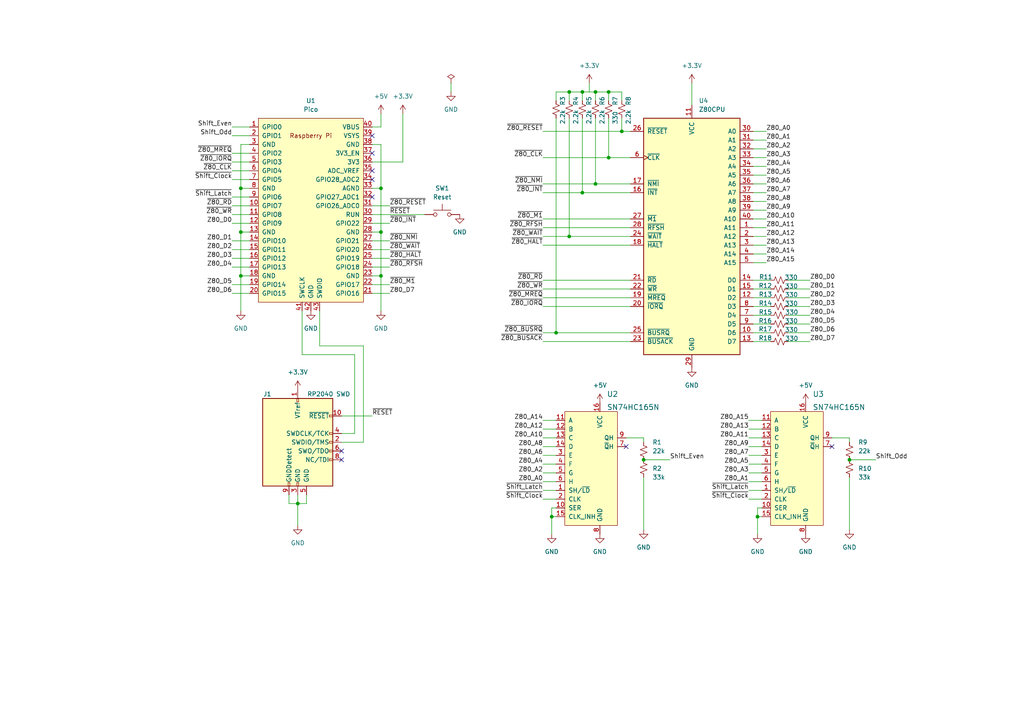
<source format=kicad_sch>
(kicad_sch (version 20211123) (generator eeschema)
  (paper "A4")
  (title_block (title "Z80 interfaced to RP2040") (date "2023-09-02") (rev "1.0"))
  (lib_symbols
    (symbol "CPU:Z80CPU" (pin_names (offset 1.016))
      (property "Reference" "U" (at -13.97 35.56 0))
      (property "Value" "Z80CPU" (at 6.35 35.56 0))
      (symbol "Z80CPU_0_1"
        (rectangle (start -13.97 34.29) (end 13.97 -34.29) (stroke (width 0.254)) (fill (type background)))
      )
      (symbol "Z80CPU_1_1"
        (pin output line (at 17.78 2.54 180) (length 3.81) (name "A11") (number "1"))
        (pin bidirectional line (at 17.78 -27.94 180) (length 3.81) (name "D6") (number "10"))
        (pin power_in line (at 0 38.1 270) (length 3.81) (name "VCC") (number "11"))
        (pin bidirectional line (at 17.78 -17.78 180) (length 3.81) (name "D2") (number "12"))
        (pin bidirectional line (at 17.78 -30.48 180) (length 3.81) (name "D7") (number "13"))
        (pin bidirectional line (at 17.78 -12.7 180) (length 3.81) (name "D0") (number "14"))
        (pin bidirectional line (at 17.78 -15.24 180) (length 3.81) (name "D1") (number "15"))
        (pin input line (at -17.78 12.7 0) (length 3.81) (name "~{INT}") (number "16"))
        (pin input line (at -17.78 15.24 0) (length 3.81) (name "~{NMI}") (number "17"))
        (pin output line (at -17.78 -2.54 0) (length 3.81) (name "~{HALT}") (number "18"))
        (pin output line (at -17.78 -17.78 0) (length 3.81) (name "~{MREQ}") (number "19"))
        (pin output line (at 17.78 0 180) (length 3.81) (name "A12") (number "2"))
        (pin output line (at -17.78 -20.32 0) (length 3.81) (name "~{IORQ}") (number "20"))
        (pin output line (at -17.78 -12.7 0) (length 3.81) (name "~{RD}") (number "21"))
        (pin output line (at -17.78 -15.24 0) (length 3.81) (name "~{WR}") (number "22"))
        (pin output line (at -17.78 -30.48 0) (length 3.81) (name "~{BUSACK}") (number "23"))
        (pin input line (at -17.78 0 0) (length 3.81) (name "~{WAIT}") (number "24"))
        (pin input line (at -17.78 -27.94 0) (length 3.81) (name "~{BUSRQ}") (number "25"))
        (pin input line (at -17.78 30.48 0) (length 3.81) (name "~{RESET}") (number "26"))
        (pin output line (at -17.78 5.08 0) (length 3.81) (name "~{M1}") (number "27"))
        (pin output line (at -17.78 2.54 0) (length 3.81) (name "~{RFSH}") (number "28"))
        (pin power_in line (at 0 -38.1 90) (length 3.81) (name "GND") (number "29"))
        (pin output line (at 17.78 -2.54 180) (length 3.81) (name "A13") (number "3"))
        (pin output line (at 17.78 30.48 180) (length 3.81) (name "A0") (number "30"))
        (pin output line (at 17.78 27.94 180) (length 3.81) (name "A1") (number "31"))
        (pin output line (at 17.78 25.4 180) (length 3.81) (name "A2") (number "32"))
        (pin output line (at 17.78 22.86 180) (length 3.81) (name "A3") (number "33"))
        (pin output line (at 17.78 20.32 180) (length 3.81) (name "A4") (number "34"))
        (pin output line (at 17.78 17.78 180) (length 3.81) (name "A5") (number "35"))
        (pin output line (at 17.78 15.24 180) (length 3.81) (name "A6") (number "36"))
        (pin output line (at 17.78 12.7 180) (length 3.81) (name "A7") (number "37"))
        (pin output line (at 17.78 10.16 180) (length 3.81) (name "A8") (number "38"))
        (pin output line (at 17.78 7.62 180) (length 3.81) (name "A9") (number "39"))
        (pin output line (at 17.78 -5.08 180) (length 3.81) (name "A14") (number "4"))
        (pin output line (at 17.78 5.08 180) (length 3.81) (name "A10") (number "40"))
        (pin output line (at 17.78 -7.62 180) (length 3.81) (name "A15") (number "5"))
        (pin input clock (at -17.78 22.86 0) (length 3.81) (name "~{CLK}") (number "6"))
        (pin bidirectional line (at 17.78 -22.86 180) (length 3.81) (name "D4") (number "7"))
        (pin bidirectional line (at 17.78 -20.32 180) (length 3.81) (name "D3") (number "8"))
        (pin bidirectional line (at 17.78 -25.4 180) (length 3.81) (name "D5") (number "9"))
      )
    )
    (symbol "Connector:Conn_ARM_JTAG_SWD_10" (pin_names (offset 1.016))
      (property "Reference" "J" (at -2.54 16.51 0))
      (property "Value" "Conn_ARM_JTAG_SWD_10" (at -2.54 13.97 0))
      (symbol "Conn_ARM_JTAG_SWD_10_0_1"
        (rectangle (start -10.16 12.7) (end 10.16 -12.7) (stroke (width 0.254)) (fill (type background)))
        (rectangle (start -2.794 -12.7) (end -2.286 -11.684))
        (rectangle (start -0.254 -12.7) (end 0.254 -11.684))
        (rectangle (start -0.254 12.7) (end 0.254 11.684))
        (rectangle (start 9.144 2.286) (end 10.16 2.794))
        (rectangle (start 10.16 -2.794) (end 9.144 -2.286))
        (rectangle (start 10.16 -0.254) (end 9.144 0.254))
        (rectangle (start 10.16 7.874) (end 9.144 7.366))
      )
      (symbol "Conn_ARM_JTAG_SWD_10_1_1"
        (rectangle (start 9.144 -5.334) (end 10.16 -4.826))
        (pin power_in line (at 0 15.24 270) (length 2.54) (name "VTref") (number "1"))
        (pin open_collector line (at 12.7 7.62 180) (length 2.54) (name "~{RESET}") (number "10"))
        (pin bidirectional line (at 12.7 0 180) (length 2.54) (name "SWDIO/TMS") (number "2"))
        (pin power_in line (at 0 -15.24 90) (length 2.54) (name "GND") (number "3"))
        (pin output line (at 12.7 2.54 180) (length 2.54) (name "SWDCLK/TCK") (number "4"))
        (pin passive line (at 0 -15.24 90) (length 2.54) hide (name "GND") (number "5"))
        (pin power_in line (at 2.54 -15.24 90) (length 2.54) (name "GND") (number "5"))
        (pin input line (at 12.7 -2.54 180) (length 2.54) (name "SWO/TDO") (number "6"))
        (pin no_connect line (at -10.16 0 0) (length 2.54) hide (name "KEY") (number "7"))
        (pin output line (at 12.7 -5.08 180) (length 2.54) (name "NC/TDI") (number "8"))
        (pin passive line (at -2.54 -15.24 90) (length 2.54) (name "GNDDetect") (number "9"))
      )
    )
    (symbol "Device:R_Small_US" (pin_numbers hide) (pin_names (offset 0.254) hide)
      (property "Reference" "R" (at 0.762 0.508 0))
      (property "Value" "R_Small_US" (at 0.762 -1.016 0))
      (symbol "R_Small_US_1_1"
        (polyline (pts (xy 0 0) (xy 1.016 -0.381) (xy 0 -0.762) (xy -1.016 -1.143) (xy 0 -1.524)))
        (polyline (pts (xy 0 1.524) (xy 1.016 1.143) (xy 0 0.762) (xy -1.016 0.381) (xy 0 0)))
        (pin passive line (at 0 2.54 270) (length 1.016) (name "~") (number "1"))
        (pin passive line (at 0 -2.54 90) (length 1.016) (name "~") (number "2"))
      )
    )
    (symbol "RPi_Pico:Pico" (pin_names (offset 1.016))
      (property "Reference" "U" (at -13.97 27.94 0))
      (property "Value" "Pico" (at 0 19.05 0))
      (symbol "Pico_0_0"
        (text "Raspberry Pi" (at 0 21.59 0) (effects (font (size 1.27 1.27))))
      )
      (symbol "Pico_0_1"
        (rectangle (start -15.24 26.67) (end 15.24 -26.67) (fill (type background)))
      )
      (symbol "Pico_1_1"
        (pin bidirectional line (at -17.78 24.13 0) (length 2.54) (name "GPIO0") (number "1"))
        (pin bidirectional line (at -17.78 1.27 0) (length 2.54) (name "GPIO7") (number "10"))
        (pin bidirectional line (at -17.78 -1.27 0) (length 2.54) (name "GPIO8") (number "11"))
        (pin bidirectional line (at -17.78 -3.81 0) (length 2.54) (name "GPIO9") (number "12"))
        (pin power_in line (at -17.78 -6.35 0) (length 2.54) (name "GND") (number "13"))
        (pin bidirectional line (at -17.78 -8.89 0) (length 2.54) (name "GPIO10") (number "14"))
        (pin bidirectional line (at -17.78 -11.43 0) (length 2.54) (name "GPIO11") (number "15"))
        (pin bidirectional line (at -17.78 -13.97 0) (length 2.54) (name "GPIO12") (number "16"))
        (pin bidirectional line (at -17.78 -16.51 0) (length 2.54) (name "GPIO13") (number "17"))
        (pin power_in line (at -17.78 -19.05 0) (length 2.54) (name "GND") (number "18"))
        (pin bidirectional line (at -17.78 -21.59 0) (length 2.54) (name "GPIO14") (number "19"))
        (pin bidirectional line (at -17.78 21.59 0) (length 2.54) (name "GPIO1") (number "2"))
        (pin bidirectional line (at -17.78 -24.13 0) (length 2.54) (name "GPIO15") (number "20"))
        (pin bidirectional line (at 17.78 -24.13 180) (length 2.54) (name "GPIO16") (number "21"))
        (pin bidirectional line (at 17.78 -21.59 180) (length 2.54) (name "GPIO17") (number "22"))
        (pin power_in line (at 17.78 -19.05 180) (length 2.54) (name "GND") (number "23"))
        (pin bidirectional line (at 17.78 -16.51 180) (length 2.54) (name "GPIO18") (number "24"))
        (pin bidirectional line (at 17.78 -13.97 180) (length 2.54) (name "GPIO19") (number "25"))
        (pin bidirectional line (at 17.78 -11.43 180) (length 2.54) (name "GPIO20") (number "26"))
        (pin bidirectional line (at 17.78 -8.89 180) (length 2.54) (name "GPIO21") (number "27"))
        (pin power_in line (at 17.78 -6.35 180) (length 2.54) (name "GND") (number "28"))
        (pin bidirectional line (at 17.78 -3.81 180) (length 2.54) (name "GPIO22") (number "29"))
        (pin power_in line (at -17.78 19.05 0) (length 2.54) (name "GND") (number "3"))
        (pin input line (at 17.78 -1.27 180) (length 2.54) (name "RUN") (number "30"))
        (pin bidirectional line (at 17.78 1.27 180) (length 2.54) (name "GPIO26_ADC0") (number "31"))
        (pin bidirectional line (at 17.78 3.81 180) (length 2.54) (name "GPIO27_ADC1") (number "32"))
        (pin power_in line (at 17.78 6.35 180) (length 2.54) (name "AGND") (number "33"))
        (pin bidirectional line (at 17.78 8.89 180) (length 2.54) (name "GPIO28_ADC2") (number "34"))
        (pin unspecified line (at 17.78 11.43 180) (length 2.54) (name "ADC_VREF") (number "35"))
        (pin power_out line (at 17.78 13.97 180) (length 2.54) (name "3V3") (number "36"))
        (pin input line (at 17.78 16.51 180) (length 2.54) (name "3V3_EN") (number "37"))
        (pin power_in line (at 17.78 19.05 180) (length 2.54) (name "GND") (number "38"))
        (pin unspecified line (at 17.78 21.59 180) (length 2.54) (name "VSYS") (number "39"))
        (pin bidirectional line (at -17.78 16.51 0) (length 2.54) (name "GPIO2") (number "4"))
        (pin power_out line (at 17.78 24.13 180) (length 2.54) (name "VBUS") (number "40"))
        (pin input line (at -2.54 -29.21 90) (length 2.54) (name "SWCLK") (number "41"))
        (pin power_in line (at 0 -29.21 90) (length 2.54) (name "GND") (number "42"))
        (pin bidirectional line (at 2.54 -29.21 90) (length 2.54) (name "SWDIO") (number "43"))
        (pin bidirectional line (at -17.78 13.97 0) (length 2.54) (name "GPIO3") (number "5"))
        (pin bidirectional line (at -17.78 11.43 0) (length 2.54) (name "GPIO4") (number "6"))
        (pin bidirectional line (at -17.78 8.89 0) (length 2.54) (name "GPIO5") (number "7"))
        (pin power_in line (at -17.78 6.35 0) (length 2.54) (name "GND") (number "8"))
        (pin bidirectional line (at -17.78 3.81 0) (length 2.54) (name "GPIO6") (number "9"))
      )
    )
    (symbol "Switch:SW_Push" (pin_numbers hide) (pin_names (offset 1.016) hide)
      (property "Reference" "SW" (at 1.27 2.54 0))
      (property "Value" "SW_Push" (at 0 -1.524 0))
      (symbol "SW_Push_0_1"
        (circle (center -2.032 0) (radius 0.508))
        (polyline (pts (xy 0 1.27) (xy 0 3.048)))
        (polyline (pts (xy 2.54 1.27) (xy -2.54 1.27)))
        (circle (center 2.032 0) (radius 0.508))
        (pin passive line (at -5.08 0 0) (length 2.54) (name "1") (number "1"))
        (pin passive line (at 5.08 0 180) (length 2.54) (name "2") (number "2"))
      )
    )
    (symbol "dk_Logic-Shift-Registers:SN74HC165N" (pin_names (offset 1.016))
      (property "Reference" "U" (at -8.89 16.3322 0))
      (property "Value" "SN74HC165N" (at -1.27 -1.27 90))
      (symbol "SN74HC165N_0_1"
        (rectangle (start -10.16 15.24) (end 5.08 -17.78) (fill (type background)))
      )
      (symbol "SN74HC165N_1_1"
        (pin input line (at -12.7 -7.62 0) (length 2.54) (name "SH/~{LD}") (number "1"))
        (pin input line (at -12.7 -12.7 0) (length 2.54) (name "SER") (number "10"))
        (pin input line (at -12.7 12.7 0) (length 2.54) (name "A") (number "11"))
        (pin input line (at -12.7 10.16 0) (length 2.54) (name "B") (number "12"))
        (pin input line (at -12.7 7.62 0) (length 2.54) (name "C") (number "13"))
        (pin input line (at -12.7 5.08 0) (length 2.54) (name "D") (number "14"))
        (pin input line (at -12.7 -15.24 0) (length 2.54) (name "CLK_INH") (number "15"))
        (pin power_in line (at 0 17.78 270) (length 2.54) (name "VCC") (number "16"))
        (pin input line (at -12.7 -10.16 0) (length 2.54) (name "CLK") (number "2"))
        (pin input line (at -12.7 2.54 0) (length 2.54) (name "E") (number "3"))
        (pin input line (at -12.7 0 0) (length 2.54) (name "F") (number "4"))
        (pin input line (at -12.7 -2.54 0) (length 2.54) (name "G") (number "5"))
        (pin input line (at -12.7 -5.08 0) (length 2.54) (name "H") (number "6"))
        (pin output line (at 7.62 5.08 180) (length 2.54) (name "~{Q}H") (number "7"))
        (pin power_in line (at 0 -20.32 90) (length 2.54) (name "GND") (number "8"))
        (pin output line (at 7.62 7.62 180) (length 2.54) (name "QH") (number "9"))
      )
    )
    (symbol "power:+3.3V" (power) (pin_names (offset 0))
      (property "Value" "+3.3V" (at 0 3.556 0))
      (symbol "+3.3V_0_1"
        (polyline (pts (xy -0.762 1.27) (xy 0 2.54)))
        (polyline (pts (xy 0 0) (xy 0 2.54)))
        (polyline (pts (xy 0 2.54) (xy 0.762 1.27)))
      )
      (symbol "+3.3V_1_1"
        (pin power_in line (at 0 0 90) (length 0) hide (name "+3.3V") (number "1"))
      )
    )
    (symbol "power:+5V" (power) (pin_names (offset 0))
      (property "Value" "+5V" (at 0 3.556 0))
      (symbol "+5V_0_1"
        (polyline (pts (xy -0.762 1.27) (xy 0 2.54)))
        (polyline (pts (xy 0 0) (xy 0 2.54)))
        (polyline (pts (xy 0 2.54) (xy 0.762 1.27)))
      )
      (symbol "+5V_1_1"
        (pin power_in line (at 0 0 90) (length 0) hide (name "+5V") (number "1"))
      )
    )
    (symbol "power:GND" (power) (pin_names (offset 0))
      (property "Value" "GND" (at 0 -3.81 0))
      (symbol "GND_0_1"
        (polyline (pts (xy 0 0) (xy 0 -1.27) (xy 1.27 -1.27) (xy 0 -2.54) (xy -1.27 -1.27) (xy 0 -1.27)))
      )
      (symbol "GND_1_1"
        (pin power_in line (at 0 0 270) (length 0) hide (name "GND") (number "1"))
      )
    )
    (symbol "power:PWR_FLAG" (power) (pin_numbers hide) (pin_names (offset 0) hide)
      (property "Value" "PWR_FLAG" (at 0 3.81 0))
      (symbol "PWR_FLAG_0_0"
        (pin power_out line (at 0 0 90) (length 0) (name "pwr") (number "1"))
      )
      (symbol "PWR_FLAG_0_1"
        (polyline (pts (xy 0 0) (xy 0 1.27) (xy -1.016 1.905) (xy 0 2.54) (xy 1.016 1.905) (xy 0 1.27)))
      )
    )
  )
  (junction (at 172.72 53.34))
  (junction (at 110.49 67.31))
  (junction (at 186.69 133.35))
  (junction (at 180.34 38.1))
  (junction (at 176.53 45.72))
  (junction (at 165.1 26.67))
  (junction (at 86.36 146.05))
  (junction (at 172.72 26.67))
  (junction (at 69.85 54.61))
  (junction (at 69.85 67.31))
  (junction (at 69.85 80.01))
  (junction (at 165.1 68.58))
  (junction (at 110.49 54.61))
  (junction (at 110.49 80.01))
  (junction (at 168.91 26.67))
  (junction (at 176.53 26.67))
  (junction (at 161.29 96.52))
  (junction (at 160.02 149.86))
  (junction (at 246.38 133.35))
  (junction (at 219.71 149.86))
  (junction (at 168.91 55.88))
  (no_connect (at 107.95 57.15))
  (no_connect (at 107.95 52.07))
  (no_connect (at 181.61 129.54))
  (no_connect (at 241.3 129.54))
  (no_connect (at 99.06 130.81))
  (no_connect (at 99.06 133.35))
  (no_connect (at 107.95 49.53))
  (no_connect (at 107.95 44.45))
  (no_connect (at 107.95 39.37))
  (wire (pts (xy 218.44 58.42) (xy 222.25 58.42)))
  (wire (pts (xy 176.53 45.72) (xy 182.88 45.72)))
  (wire (pts (xy 110.49 36.83) (xy 110.49 33.02)))
  (wire (pts (xy 218.44 38.1) (xy 222.25 38.1)))
  (wire (pts (xy 176.53 34.29) (xy 176.53 45.72)))
  (wire (pts (xy 217.17 134.62) (xy 220.98 134.62)))
  (wire (pts (xy 218.44 55.88) (xy 222.25 55.88)))
  (wire (pts (xy 157.48 66.04) (xy 182.88 66.04)))
  (wire (pts (xy 218.44 76.2) (xy 222.25 76.2)))
  (wire (pts (xy 157.48 38.1) (xy 180.34 38.1)))
  (wire (pts (xy 157.48 132.08) (xy 161.29 132.08)))
  (wire (pts (xy 107.95 80.01) (xy 110.49 80.01)))
  (wire (pts (xy 228.6 86.36) (xy 234.95 86.36)))
  (wire (pts (xy 157.48 139.7) (xy 161.29 139.7)))
  (wire (pts (xy 67.31 46.99) (xy 72.39 46.99)))
  (wire (pts (xy 218.44 71.12) (xy 222.25 71.12)))
  (wire (pts (xy 168.91 34.29) (xy 168.91 55.88)))
  (wire (pts (xy 107.95 72.39) (xy 113.03 72.39)))
  (wire (pts (xy 218.44 40.64) (xy 222.25 40.64)))
  (wire (pts (xy 72.39 54.61) (xy 69.85 54.61)))
  (wire (pts (xy 157.48 71.12) (xy 182.88 71.12)))
  (wire (pts (xy 157.48 137.16) (xy 161.29 137.16)))
  (wire (pts (xy 86.36 146.05) (xy 86.36 152.4)))
  (wire (pts (xy 168.91 26.67) (xy 172.72 26.67)))
  (wire (pts (xy 69.85 41.91) (xy 69.85 54.61)))
  (wire (pts (xy 186.69 138.43) (xy 186.69 153.67)))
  (wire (pts (xy 67.31 62.23) (xy 72.39 62.23)))
  (wire (pts (xy 72.39 41.91) (xy 69.85 41.91)))
  (wire (pts (xy 228.6 88.9) (xy 234.95 88.9)))
  (wire (pts (xy 110.49 80.01) (xy 110.49 90.17)))
  (wire (pts (xy 157.48 86.36) (xy 182.88 86.36)))
  (wire (pts (xy 157.48 55.88) (xy 168.91 55.88)))
  (wire (pts (xy 246.38 127) (xy 246.38 128.27)))
  (wire (pts (xy 218.44 45.72) (xy 222.25 45.72)))
  (wire (pts (xy 107.95 59.69) (xy 113.03 59.69)))
  (wire (pts (xy 172.72 53.34) (xy 182.88 53.34)))
  (wire (pts (xy 67.31 49.53) (xy 72.39 49.53)))
  (wire (pts (xy 218.44 63.5) (xy 222.25 63.5)))
  (wire (pts (xy 180.34 34.29) (xy 180.34 38.1)))
  (wire (pts (xy 67.31 77.47) (xy 72.39 77.47)))
  (wire (pts (xy 67.31 44.45) (xy 72.39 44.45)))
  (wire (pts (xy 107.95 54.61) (xy 110.49 54.61)))
  (wire (pts (xy 186.69 127) (xy 186.69 128.27)))
  (wire (pts (xy 161.29 26.67) (xy 165.1 26.67)))
  (wire (pts (xy 168.91 26.67) (xy 168.91 29.21)))
  (wire (pts (xy 217.17 121.92) (xy 220.98 121.92)))
  (wire (pts (xy 107.95 74.93) (xy 113.03 74.93)))
  (wire (pts (xy 116.84 46.99) (xy 116.84 33.02)))
  (wire (pts (xy 67.31 74.93) (xy 72.39 74.93)))
  (wire (pts (xy 218.44 43.18) (xy 222.25 43.18)))
  (wire (pts (xy 157.48 129.54) (xy 161.29 129.54)))
  (wire (pts (xy 228.6 93.98) (xy 234.95 93.98)))
  (wire (pts (xy 107.95 77.47) (xy 113.03 77.47)))
  (wire (pts (xy 160.02 147.32) (xy 160.02 149.86)))
  (wire (pts (xy 107.95 36.83) (xy 110.49 36.83)))
  (wire (pts (xy 228.6 91.44) (xy 234.95 91.44)))
  (wire (pts (xy 218.44 91.44) (xy 223.52 91.44)))
  (wire (pts (xy 110.49 41.91) (xy 110.49 54.61)))
  (wire (pts (xy 161.29 34.29) (xy 161.29 96.52)))
  (wire (pts (xy 69.85 54.61) (xy 69.85 67.31)))
  (wire (pts (xy 67.31 72.39) (xy 72.39 72.39)))
  (wire (pts (xy 107.95 82.55) (xy 113.03 82.55)))
  (wire (pts (xy 218.44 88.9) (xy 223.52 88.9)))
  (wire (pts (xy 218.44 93.98) (xy 223.52 93.98)))
  (wire (pts (xy 172.72 34.29) (xy 172.72 53.34)))
  (wire (pts (xy 107.95 69.85) (xy 113.03 69.85)))
  (wire (pts (xy 186.69 133.35) (xy 194.31 133.35)))
  (wire (pts (xy 228.6 81.28) (xy 234.95 81.28)))
  (wire (pts (xy 87.63 90.17) (xy 87.63 102.87)))
  (wire (pts (xy 87.63 102.87) (xy 102.87 102.87)))
  (wire (pts (xy 165.1 68.58) (xy 182.88 68.58)))
  (wire (pts (xy 110.49 54.61) (xy 110.49 67.31)))
  (wire (pts (xy 176.53 26.67) (xy 176.53 29.21)))
  (wire (pts (xy 157.48 124.46) (xy 161.29 124.46)))
  (wire (pts (xy 218.44 86.36) (xy 223.52 86.36)))
  (wire (pts (xy 86.36 143.51) (xy 86.36 146.05)))
  (wire (pts (xy 107.95 67.31) (xy 110.49 67.31)))
  (wire (pts (xy 157.48 88.9) (xy 182.88 88.9)))
  (wire (pts (xy 165.1 34.29) (xy 165.1 68.58)))
  (wire (pts (xy 170.9122 24.1542) (xy 170.9122 26.7097)))
  (wire (pts (xy 102.87 102.87) (xy 102.87 125.73)))
  (wire (pts (xy 218.44 66.04) (xy 222.25 66.04)))
  (wire (pts (xy 165.1 26.67) (xy 165.1 29.21)))
  (wire (pts (xy 157.48 83.82) (xy 182.88 83.82)))
  (wire (pts (xy 217.17 124.46) (xy 220.98 124.46)))
  (wire (pts (xy 228.6 99.06) (xy 234.95 99.06)))
  (wire (pts (xy 181.61 127) (xy 186.69 127)))
  (wire (pts (xy 67.31 39.37) (xy 72.39 39.37)))
  (wire (pts (xy 69.85 90.17) (xy 69.85 80.01)))
  (wire (pts (xy 228.6 96.52) (xy 234.95 96.52)))
  (wire (pts (xy 218.44 60.96) (xy 222.25 60.96)))
  (wire (pts (xy 157.48 121.92) (xy 161.29 121.92)))
  (wire (pts (xy 168.91 55.88) (xy 182.88 55.88)))
  (wire (pts (xy 69.85 80.01) (xy 72.39 80.01)))
  (wire (pts (xy 105.41 128.27) (xy 99.06 128.27)))
  (wire (pts (xy 176.53 26.67) (xy 172.72 26.67)))
  (wire (pts (xy 83.82 146.05) (xy 86.36 146.05)))
  (wire (pts (xy 217.17 127) (xy 220.98 127)))
  (wire (pts (xy 217.17 144.78) (xy 220.98 144.78)))
  (wire (pts (xy 157.48 63.5) (xy 182.88 63.5)))
  (wire (pts (xy 88.9 146.05) (xy 86.36 146.05)))
  (wire (pts (xy 67.31 64.77) (xy 72.39 64.77)))
  (wire (pts (xy 218.44 83.82) (xy 223.52 83.82)))
  (wire (pts (xy 72.39 67.31) (xy 69.85 67.31)))
  (wire (pts (xy 99.06 120.65) (xy 107.95 120.65)))
  (wire (pts (xy 157.48 134.62) (xy 161.29 134.62)))
  (wire (pts (xy 107.95 46.99) (xy 116.84 46.99)))
  (wire (pts (xy 180.34 29.21) (xy 180.34 26.67)))
  (wire (pts (xy 246.38 133.35) (xy 254 133.35)))
  (wire (pts (xy 161.29 96.52) (xy 182.88 96.52)))
  (wire (pts (xy 110.49 67.31) (xy 110.49 80.01)))
  (wire (pts (xy 219.71 154.94) (xy 219.71 149.86)))
  (wire (pts (xy 217.17 142.24) (xy 220.98 142.24)))
  (wire (pts (xy 157.48 96.52) (xy 161.29 96.52)))
  (wire (pts (xy 223.52 81.28) (xy 218.44 81.28)))
  (wire (pts (xy 69.85 67.31) (xy 69.85 80.01)))
  (wire (pts (xy 180.34 26.67) (xy 176.53 26.67)))
  (wire (pts (xy 157.48 127) (xy 161.29 127)))
  (wire (pts (xy 218.44 99.06) (xy 223.52 99.06)))
  (wire (pts (xy 217.17 132.08) (xy 220.98 132.08)))
  (wire (pts (xy 228.6 83.82) (xy 234.95 83.82)))
  (wire (pts (xy 218.44 53.34) (xy 222.25 53.34)))
  (wire (pts (xy 165.1 26.67) (xy 168.91 26.67)))
  (wire (pts (xy 172.72 26.67) (xy 172.72 29.21)))
  (wire (pts (xy 157.48 81.28) (xy 182.88 81.28)))
  (wire (pts (xy 67.31 59.69) (xy 72.39 59.69)))
  (wire (pts (xy 157.48 45.72) (xy 176.53 45.72)))
  (wire (pts (xy 67.31 85.09) (xy 72.39 85.09)))
  (wire (pts (xy 160.02 154.94) (xy 160.02 149.86)))
  (wire (pts (xy 88.9 143.51) (xy 88.9 146.05)))
  (wire (pts (xy 220.98 147.32) (xy 219.71 147.32)))
  (wire (pts (xy 107.95 85.09) (xy 113.03 85.09)))
  (wire (pts (xy 160.02 149.86) (xy 161.29 149.86)))
  (wire (pts (xy 107.95 41.91) (xy 110.49 41.91)))
  (wire (pts (xy 200.66 24.13) (xy 200.66 30.48)))
  (wire (pts (xy 218.44 73.66) (xy 222.25 73.66)))
  (wire (pts (xy 67.31 52.07) (xy 72.39 52.07)))
  (wire (pts (xy 217.17 129.54) (xy 220.98 129.54)))
  (wire (pts (xy 157.48 99.06) (xy 182.88 99.06)))
  (wire (pts (xy 67.31 36.83) (xy 72.39 36.83)))
  (wire (pts (xy 218.44 50.8) (xy 222.25 50.8)))
  (wire (pts (xy 130.81 24.13) (xy 130.81 26.67)))
  (wire (pts (xy 67.31 82.55) (xy 72.39 82.55)))
  (wire (pts (xy 157.48 68.58) (xy 165.1 68.58)))
  (wire (pts (xy 92.71 100.33) (xy 105.41 100.33)))
  (wire (pts (xy 218.44 96.52) (xy 223.52 96.52)))
  (wire (pts (xy 157.48 144.78) (xy 161.29 144.78)))
  (wire (pts (xy 107.95 62.23) (xy 123.19 62.23)))
  (wire (pts (xy 219.71 149.86) (xy 220.98 149.86)))
  (wire (pts (xy 107.95 64.77) (xy 113.03 64.77)))
  (wire (pts (xy 241.3 127) (xy 246.38 127)))
  (wire (pts (xy 67.31 69.85) (xy 72.39 69.85)))
  (wire (pts (xy 219.71 147.32) (xy 219.71 149.86)))
  (wire (pts (xy 105.41 100.33) (xy 105.41 128.27)))
  (wire (pts (xy 161.29 147.32) (xy 160.02 147.32)))
  (wire (pts (xy 92.71 90.17) (xy 92.71 100.33)))
  (wire (pts (xy 218.44 68.58) (xy 222.25 68.58)))
  (wire (pts (xy 157.48 142.24) (xy 161.29 142.24)))
  (wire (pts (xy 217.17 137.16) (xy 220.98 137.16)))
  (wire (pts (xy 83.82 143.51) (xy 83.82 146.05)))
  (wire (pts (xy 161.29 29.21) (xy 161.29 26.67)))
  (wire (pts (xy 157.48 53.34) (xy 172.72 53.34)))
  (wire (pts (xy 218.44 48.26) (xy 222.25 48.26)))
  (wire (pts (xy 102.87 125.73) (xy 99.06 125.73)))
  (wire (pts (xy 246.38 138.43) (xy 246.38 153.67)))
  (wire (pts (xy 180.34 38.1) (xy 182.88 38.1)))
  (wire (pts (xy 217.17 139.7) (xy 220.98 139.7)))
  (wire (pts (xy 67.31 57.15) (xy 72.39 57.15)))
  (label "Z80_A15" (at 222.25 76.2 0))
  (label "Z80_A0" (at 222.25 38.1 0))
  (label "Z80_A6" (at 222.25 53.34 0))
  (label "~{Z80_BUSACK}" (at 157.48 99.06 180))
  (label "Z80_A14" (at 222.25 73.66 0))
  (label "Shift_Odd" (at 67.31 39.37 180))
  (label "Z80_A8" (at 222.25 58.42 0))
  (label "~{Z80_CLK}" (at 157.48 45.72 180))
  (label "Z80_A15" (at 217.17 121.92 180))
  (label "Z80_A14" (at 157.48 121.92 180))
  (label "Z80_A11" (at 222.25 66.04 0))
  (label "Z80_D0" (at 234.95 81.28 0))
  (label "~{Z80_NMI}" (at 113.03 69.85 0))
  (label "~{RESET}" (at 107.95 120.65 0))
  (label "~{Shift_Clock}" (at 67.31 52.07 180))
  (label "Z80_A4" (at 157.48 134.62 180))
  (label "Z80_A11" (at 217.17 127 180))
  (label "~{Z80_BUSRQ}" (at 157.48 96.52 180))
  (label "Z80_A7" (at 222.25 55.88 0))
  (label "~{Shift_Latch}" (at 217.17 142.24 180))
  (label "~{Z80_HALT}" (at 113.03 74.93 0))
  (label "~{Z80_IORQ}" (at 157.48 88.9 180))
  (label "Z80_A2" (at 157.48 137.16 180))
  (label "~{Z80_RESET}" (at 113.03 59.69 0))
  (label "Shift_Even" (at 67.31 36.83 180))
  (label "~{Z80_M1}" (at 113.03 82.55 0))
  (label "~{Z80_MREQ}" (at 157.48 86.36 180))
  (label "Z80_A12" (at 222.25 68.58 0))
  (label "Z80_A1" (at 217.17 139.7 180))
  (label "~{RESET}" (at 113.03 62.23 0))
  (label "Z80_A13" (at 217.17 124.46 180))
  (label "~{Shift_Clock}" (at 157.48 144.78 180))
  (label "Z80_A4" (at 222.25 48.26 0))
  (label "Z80_A10" (at 157.48 127 180))
  (label "~{Z80_WAIT}" (at 157.48 68.58 180))
  (label "Z80_A3" (at 217.17 137.16 180))
  (label "Z80_D3" (at 234.95 88.9 0))
  (label "~{Shift_Latch}" (at 67.31 57.15 180))
  (label "Z80_D7" (at 234.95 99.06 0))
  (label "Z80_D4" (at 234.95 91.44 0))
  (label "~{Z80_CLK}" (at 67.31 49.53 180))
  (label "~{Z80_RD}" (at 157.48 81.28 180))
  (label "Z80_D0" (at 67.31 64.77 180))
  (label "~{Z80_IORQ}" (at 67.31 46.99 180))
  (label "Z80_A2" (at 222.25 43.18 0))
  (label "Shift_Even" (at 194.31 133.35 0))
  (label "Z80_D5" (at 234.95 93.98 0))
  (label "~{Z80_INT}" (at 113.03 64.77 0))
  (label "~{Z80_RD}" (at 67.31 59.69 180))
  (label "Z80_D5" (at 67.31 82.55 180))
  (label "~{Z80_MREQ}" (at 67.31 44.45 180))
  (label "Z80_A5" (at 222.25 50.8 0))
  (label "Z80_D7" (at 113.03 85.09 0))
  (label "Z80_D4" (at 67.31 77.47 180))
  (label "~{Z80_WR}" (at 157.48 83.82 180))
  (label "Z80_D6" (at 67.31 85.09 180))
  (label "~{Z80_RFSH}" (at 157.48 66.04 180))
  (label "Z80_D2" (at 234.95 86.36 0))
  (label "~{Z80_RFSH}" (at 113.03 77.47 0))
  (label "~{Z80_HALT}" (at 157.48 71.12 180))
  (label "Z80_A0" (at 157.48 139.7 180))
  (label "~{Z80_RESET}" (at 157.48 38.1 180))
  (label "Z80_A13" (at 222.25 71.12 0))
  (label "Z80_A6" (at 157.48 132.08 180))
  (label "Z80_A9" (at 217.17 129.54 180))
  (label "Z80_D1" (at 67.31 69.85 180))
  (label "Z80_A7" (at 217.17 132.08 180))
  (label "Z80_D1" (at 234.95 83.82 0))
  (label "~{Z80_M1}" (at 157.48 63.5 180))
  (label "~{Shift_Latch}" (at 157.48 142.24 180))
  (label "Z80_A3" (at 222.25 45.72 0))
  (label "Z80_D6" (at 234.95 96.52 0))
  (label "Z80_A10" (at 222.25 63.5 0))
  (label "~{Z80_WR}" (at 67.31 62.23 180))
  (label "Shift_Odd" (at 254 133.35 0))
  (label "~{Z80_INT}" (at 157.48 55.88 180))
  (label "~{Z80_NMI}" (at 157.48 53.34 180))
  (label "Z80_A9" (at 222.25 60.96 0))
  (label "~{Z80_WAIT}" (at 113.03 72.39 0))
  (label "Z80_D3" (at 67.31 74.93 180))
  (label "Z80_A5" (at 217.17 134.62 180))
  (label "~{Shift_Clock}" (at 217.17 144.78 180))
  (label "Z80_A12" (at 157.48 124.46 180))
  (label "Z80_A8" (at 157.48 129.54 180))
  (label "Z80_D2" (at 67.31 72.39 180))
  (label "Z80_A1" (at 222.25 40.64 0))
  (symbol (lib_id "dk_Logic-Shift-Registers:SN74HC165N") (at 173.99 134.62 0) (unit 1)
    (property "Reference" "U2" (at 176.0094 114.3 0) (effects (font (size 1.524 1.524)) (justify left)))
    (property "Value" "SN74HC165N" (at 176.0094 118.11 0) (effects (font (size 1.524 1.524)) (justify left)))
    (property "Footprint" "digikey-footprints:DIP-16_W7.62mm" (effects hide))
    (property "Datasheet" "http://www.ti.com/general/docs/suppproductinfo.tsp?distId=10&gotoUrl=http%3A%2F%2Fwww.ti.com%2Flit%2Fgpn%2Fsn74hc165" (effects hide))
    (property "Digi-Key_PN" "296-8251-5-ND" (effects hide))
    (property "MPN" "SN74HC165N" (effects hide))
    (property "Category" "Integrated Circuits (ICs)" (effects hide))
    (property "Family" "Logic - Shift Registers" (effects hide))
    (property "DK_Datasheet_Link" "http://www.ti.com/general/docs/suppproductinfo.tsp?distId=10&gotoUrl=http%3A%2F%2Fwww.ti.com%2Flit%2Fgpn%2Fsn74hc165" (effects hide))
    (property "DK_Detail_Page" "/product-detail/en/texas-instruments/SN74HC165N/296-8251-5-ND/376966" (effects hide))
    (property "Description" "IC 8-BIT SHIFT REGISTER 16-DIP" (effects hide))
    (property "Manufacturer" "Texas Instruments" (effects hide))
    (property "Status" "Active" (effects hide))
  )
  (symbol (lib_id "power:GND") (at 69.85 90.17 0) (unit 1)
    (property "Reference" "#PWR0116" (effects hide))
    (property "Value" "GND" (at 69.85 95.25 0))
  )
  (symbol (lib_id "power:GND") (at 130.81 26.67 0) (unit 1)
    (property "Reference" "#PWR0120" (effects hide))
    (property "Value" "GND" (at 130.81 31.75 0))
  )
  (symbol (lib_id "power:PWR_FLAG") (at 130.81 24.13 0) (unit 1)
    (property "Reference" "#FLG0101" (effects hide))
    (property "Value" "PWR_FLAG" (effects hide))
  )
  (symbol (lib_id "Connector:Conn_ARM_JTAG_SWD_10") (at 86.36 128.27 0) (unit 1)
    (property "Reference" "J1" (at 78.74 114.3 0) (effects (justify right)))
    (property "Value" "RP2040 SWD" (at 101.6 114.3 0) (effects (justify right)))
    (property "Datasheet" "http://infocenter.arm.com/help/topic/com.arm.doc.ddi0314h/DDI0314H_coresight_components_trm.pdf" (effects hide))
  )
  (symbol (lib_id "power:GND") (at 90.17 90.17 0) (unit 1)
    (property "Reference" "#PWR0117" (effects hide))
    (property "Value" "GND" (at 90.17 95.25 0))
  )
  (symbol (lib_id "power:GND") (at 160.02 154.94 0) (unit 1)
    (property "Reference" "#PWR0109" (effects hide))
    (property "Value" "GND" (at 160.02 160.02 0))
  )
  (symbol (lib_id "Device:R_Small_US") (at 226.06 83.82 90) (unit 1)
    (property "Reference" "R12" (at 221.9687 82.8574 90))
    (property "Value" "330" (at 229.5364 82.9985 90))
  )
  (symbol (lib_id "Device:R_Small_US") (at 226.06 99.06 90) (unit 1)
    (property "Reference" "R18" (at 221.9687 98.0399 90))
    (property "Value" "330" (at 229.6304 98.1809 90))
  )
  (symbol (lib_id "power:GND") (at 200.66 106.68 0) (unit 1)
    (property "Reference" "#PWR0103" (effects hide))
    (property "Value" "GND" (at 200.66 111.76 0))
  )
  (symbol (lib_id "power:GND") (at 186.69 153.67 0) (unit 1)
    (property "Reference" "#PWR0111" (effects hide))
    (property "Value" "GND" (at 186.69 158.75 0))
  )
  (symbol (lib_id "power:+5V") (at 233.68 116.84 0) (unit 1)
    (property "Reference" "#PWR0107" (effects hide))
    (property "Value" "+5V" (at 233.68 111.76 0))
  )
  (symbol (lib_id "power:+3.3V") (at 170.9122 24.1542 0) (unit 1)
    (property "Reference" "#PWR0101" (effects hide))
    (property "Value" "+3.3V" (at 170.9122 19.05 0))
  )
  (symbol (lib_id "Switch:SW_Push") (at 128.27 62.23 0) (unit 1)
    (property "Reference" "SW1" (at 128.27 54.61 0))
    (property "Value" "Reset" (at 128.27 57.15 0))
  )
  (symbol (lib_id "Device:R_Small_US") (at 172.72 31.75 0) (unit 1)
    (property "Reference" "R6" (at 174.639 30.6376 90) (effects (justify left)))
    (property "Value" "2.2k" (at 174.639 36.0748 90) (effects (justify left)))
  )
  (symbol (lib_id "Device:R_Small_US") (at 246.38 135.89 0) (unit 1)
    (property "Reference" "R10" (at 248.92 135.89 0) (effects (justify left)))
    (property "Value" "33k" (at 248.92 138.43 0) (effects (justify left)))
  )
  (symbol (lib_id "power:+3.3V") (at 116.84 33.02 0) (unit 1)
    (property "Reference" "#PWR0119" (effects hide))
    (property "Value" "+3.3V" (at 116.84 27.94 0))
  )
  (symbol (lib_id "Device:R_Small_US") (at 186.69 135.89 0) (unit 1)
    (property "Reference" "R2" (at 189.23 135.89 0) (effects (justify left)))
    (property "Value" "33k" (at 189.23 138.43 0) (effects (justify left)))
  )
  (symbol (lib_id "Device:R_Small_US") (at 180.34 31.75 0) (unit 1)
    (property "Reference" "R8" (at 182.259 30.6376 90) (effects (justify left)))
    (property "Value" "2.2k" (at 182.259 36.0748 90) (effects (justify left)))
  )
  (symbol (lib_id "power:+3.3V") (at 86.36 113.03 0) (unit 1)
    (property "Reference" "#PWR0113" (effects hide))
    (property "Value" "+3.3V" (at 86.36 107.95 0))
  )
  (symbol (lib_id "Device:R_Small_US") (at 226.06 81.28 90) (unit 1)
    (property "Reference" "R11" (at 222.1097 80.3192 90))
    (property "Value" "330" (at 229.4894 80.4602 90))
  )
  (symbol (lib_id "power:GND") (at 246.38 153.67 0) (unit 1)
    (property "Reference" "#PWR0106" (effects hide))
    (property "Value" "GND" (at 246.38 158.75 0))
  )
  (symbol (lib_id "CPU:Z80CPU") (at 200.66 68.58 0) (unit 1)
    (property "Reference" "U4" (at 202.6794 29.21 0) (effects (justify left)))
    (property "Value" "Z80CPU" (at 202.6794 31.75 0) (effects (justify left)))
    (property "Datasheet" "www.zilog.com/manage_directlink.php?filepath=docs/z80/um0080" (effects hide))
  )
  (symbol (lib_id "power:GND") (at 133.35 62.23 0) (unit 1)
    (property "Reference" "#PWR0114" (effects hide))
    (property "Value" "GND" (at 133.35 67.31 0))
  )
  (symbol (lib_id "Device:R_Small_US") (at 161.29 31.75 0) (unit 1)
    (property "Reference" "R3" (at 163.209 30.6376 90) (effects (justify left)))
    (property "Value" "2.2k" (at 163.209 36.0748 90) (effects (justify left)))
  )
  (symbol (lib_id "dk_Logic-Shift-Registers:SN74HC165N") (at 233.68 134.62 0) (unit 1)
    (property "Reference" "U3" (at 235.6994 114.3 0) (effects (font (size 1.524 1.524)) (justify left)))
    (property "Value" "SN74HC165N" (at 235.6994 118.11 0) (effects (font (size 1.524 1.524)) (justify left)))
    (property "Footprint" "digikey-footprints:DIP-16_W7.62mm" (effects hide))
    (property "Datasheet" "http://www.ti.com/general/docs/suppproductinfo.tsp?distId=10&gotoUrl=http%3A%2F%2Fwww.ti.com%2Flit%2Fgpn%2Fsn74hc165" (effects hide))
    (property "Digi-Key_PN" "296-8251-5-ND" (effects hide))
    (property "MPN" "SN74HC165N" (effects hide))
    (property "Category" "Integrated Circuits (ICs)" (effects hide))
    (property "Family" "Logic - Shift Registers" (effects hide))
    (property "DK_Datasheet_Link" "http://www.ti.com/general/docs/suppproductinfo.tsp?distId=10&gotoUrl=http%3A%2F%2Fwww.ti.com%2Flit%2Fgpn%2Fsn74hc165" (effects hide))
    (property "DK_Detail_Page" "/product-detail/en/texas-instruments/SN74HC165N/296-8251-5-ND/376966" (effects hide))
    (property "Description" "IC 8-BIT SHIFT REGISTER 16-DIP" (effects hide))
    (property "Manufacturer" "Texas Instruments" (effects hide))
    (property "Status" "Active" (effects hide))
  )
  (symbol (lib_id "Device:R_Small_US") (at 168.91 31.75 0) (unit 1)
    (property "Reference" "R5" (at 170.829 30.6376 90) (effects (justify left)))
    (property "Value" "2.2k" (at 170.829 36.0748 90) (effects (justify left)))
  )
  (symbol (lib_id "power:+5V") (at 173.99 116.84 0) (unit 1)
    (property "Reference" "#PWR0108" (effects hide))
    (property "Value" "+5V" (at 173.99 111.76 0))
  )
  (symbol (lib_id "power:GND") (at 233.68 154.94 0) (unit 1)
    (property "Reference" "#PWR0105" (effects hide))
    (property "Value" "GND" (at 233.68 160.02 0))
  )
  (symbol (lib_id "RPi_Pico:Pico") (at 90.17 60.96 0) (unit 1)
    (property "Reference" "U1" (at 90.17 29.21 0))
    (property "Value" "Pico" (at 90.17 31.75 0))
    (property "Footprint" "RPi_Pico:RPi_Pico_SMD_TH" (effects hide))
  )
  (symbol (lib_id "Device:R_Small_US") (at 226.06 86.36 90) (unit 1)
    (property "Reference" "R13" (at 222.0157 85.3957 90))
    (property "Value" "330" (at 229.5364 85.4897 90))
  )
  (symbol (lib_id "power:GND") (at 173.99 154.94 0) (unit 1)
    (property "Reference" "#PWR0110" (effects hide))
    (property "Value" "GND" (at 173.99 160.02 0))
  )
  (symbol (lib_id "Device:R_Small_US") (at 165.1 31.75 0) (unit 1)
    (property "Reference" "R4" (at 167.019 30.6376 90) (effects (justify left)))
    (property "Value" "2.2k" (at 167.019 36.0748 90) (effects (justify left)))
  )
  (symbol (lib_id "power:GND") (at 86.36 152.4 0) (unit 1)
    (property "Reference" "#PWR0112" (effects hide))
    (property "Value" "GND" (at 86.36 157.48 0))
  )
  (symbol (lib_id "Device:R_Small_US") (at 226.06 96.52 90) (unit 1)
    (property "Reference" "R17" (at 221.9687 95.4547 90))
    (property "Value" "330" (at 229.5364 95.6427 90))
  )
  (symbol (lib_id "Device:R_Small_US") (at 186.69 130.81 0) (unit 1)
    (property "Reference" "R1" (at 189.23 128.27 0) (effects (justify left)))
    (property "Value" "22k" (at 189.23 130.81 0) (effects (justify left)))
  )
  (symbol (lib_id "Device:R_Small_US") (at 226.06 93.98 90) (unit 1)
    (property "Reference" "R16" (at 221.9687 93.0574 90))
    (property "Value" "330" (at 229.5364 93.1044 90))
  )
  (symbol (lib_id "power:+5V") (at 110.49 33.02 0) (unit 1)
    (property "Reference" "#PWR0118" (effects hide))
    (property "Value" "+5V" (at 110.49 27.94 0))
  )
  (symbol (lib_id "Device:R_Small_US") (at 176.53 31.75 0) (unit 1)
    (property "Reference" "R7" (at 178.449 30.6376 90) (effects (justify left)))
    (property "Value" "330" (at 178.449 36.0748 90) (effects (justify left)))
  )
  (symbol (lib_id "Device:R_Small_US") (at 226.06 91.44 90) (unit 1)
    (property "Reference" "R15" (at 222.0157 90.5192 90))
    (property "Value" "330" (at 229.6304 90.5662 90))
  )
  (symbol (lib_id "Device:R_Small_US") (at 246.38 130.81 0) (unit 1)
    (property "Reference" "R9" (at 248.92 128.27 0) (effects (justify left)))
    (property "Value" "22k" (at 248.92 130.81 0) (effects (justify left)))
  )
  (symbol (lib_id "power:GND") (at 219.71 154.94 0) (unit 1)
    (property "Reference" "#PWR0104" (effects hide))
    (property "Value" "GND" (at 219.71 160.02 0))
  )
  (symbol (lib_id "power:+3.3V") (at 200.66 24.13 0) (unit 1)
    (property "Reference" "#PWR0102" (effects hide))
    (property "Value" "+3.3V" (at 200.66 19.05 0))
  )
  (symbol (lib_id "power:GND") (at 110.49 90.17 0) (unit 1)
    (property "Reference" "#PWR0115" (effects hide))
    (property "Value" "GND" (at 110.49 95.25 0))
  )
  (symbol (lib_id "Device:R_Small_US") (at 226.06 88.9 90) (unit 1)
    (property "Reference" "R14" (at 222.0157 87.9339 90))
    (property "Value" "330" (at 229.5364 88.0279 90))
  )
)
</source>
